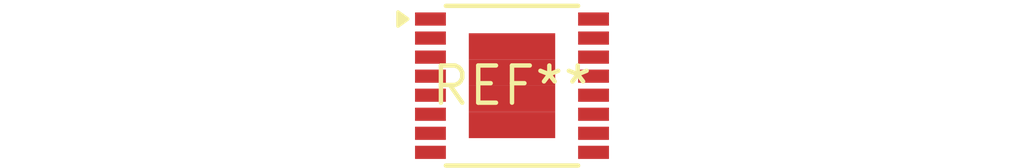
<source format=kicad_pcb>
(kicad_pcb (version 20240108) (generator pcbnew)
  (layers (0 "F.Cu" signal) (31 "B.Cu" signal) (34 "B.Paste" user) (35 "F.Paste" user) (36 "B.SilkS" user "B.Silkscreen") (37 "F.SilkS" user "F.Silkscreen") (38 "B.Mask" user) (39 "F.Mask" user) (44 "Edge.Cuts" user))
  (net 0 "")
  (footprint "TSSOP-16-1EP_4.4x5mm_P0.65mm" (layer "F.Cu") (at 0 0)
    (property "Reference" "REF**")
    (property "Value" "TSSOP-16-1EP_4.4x5mm_P0.65mm")
    (fp_line (start -2.25 -2.725) (end 2.25 -2.725) (layer "F.SilkS") (stroke (width 0.15)))
    (fp_line (start -2.25 2.725) (end 2.25 2.725) (layer "F.SilkS") (stroke (width 0.15)))
    (fp_poly (pts (xy -3.55 -2.275) (xy -3.88 -2.515) (xy -3.88 -2.035) (xy -3.55 -2.275)) (layer "F.SilkS") (stroke (width 0.12)) (fill solid))
    (pad "1" smd rect (at -2.775 -2.275) (size 1.05 0.45) (layers "F.Cu" "F.Paste" "F.Mask"))
    (pad "2" smd rect (at -2.775 -1.625) (size 1.05 0.45) (layers "F.Cu" "F.Paste" "F.Mask"))
    (pad "3" smd rect (at -2.775 -0.975) (size 1.05 0.45) (layers "F.Cu" "F.Paste" "F.Mask"))
    (pad "4" smd rect (at -2.775 -0.325) (size 1.05 0.45) (layers "F.Cu" "F.Paste" "F.Mask"))
    (pad "5" smd rect (at -2.775 0.325) (size 1.05 0.45) (layers "F.Cu" "F.Paste" "F.Mask"))
    (pad "6" smd rect (at -2.775 0.975) (size 1.05 0.45) (layers "F.Cu" "F.Paste" "F.Mask"))
    (pad "7" smd rect (at -2.775 1.625) (size 1.05 0.45) (layers "F.Cu" "F.Paste" "F.Mask"))
    (pad "8" smd rect (at -2.775 2.275) (size 1.05 0.45) (layers "F.Cu" "F.Paste" "F.Mask"))
    (pad "9" smd rect (at 2.775 2.275) (size 1.05 0.45) (layers "F.Cu" "F.Paste" "F.Mask"))
    (pad "10" smd rect (at 2.775 1.625) (size 1.05 0.45) (layers "F.Cu" "F.Paste" "F.Mask"))
    (pad "11" smd rect (at 2.775 0.975) (size 1.05 0.45) (layers "F.Cu" "F.Paste" "F.Mask"))
    (pad "12" smd rect (at 2.775 0.325) (size 1.05 0.45) (layers "F.Cu" "F.Paste" "F.Mask"))
    (pad "13" smd rect (at 2.775 -0.325) (size 1.05 0.45) (layers "F.Cu" "F.Paste" "F.Mask"))
    (pad "14" smd rect (at 2.775 -0.975) (size 1.05 0.45) (layers "F.Cu" "F.Paste" "F.Mask"))
    (pad "15" smd rect (at 2.775 -1.625) (size 1.05 0.45) (layers "F.Cu" "F.Paste" "F.Mask"))
    (pad "16" smd rect (at 2.775 -2.275) (size 1.05 0.45) (layers "F.Cu" "F.Paste" "F.Mask"))
    (pad "17" smd rect (at -0.735 -1.3425) (size 1.47 0.895) (layers "F.Cu" "F.Paste" "F.Mask"))
    (pad "17" smd rect (at -0.735 -0.4475) (size 1.47 0.895) (layers "F.Cu" "F.Paste" "F.Mask"))
    (pad "17" smd rect (at -0.735 0.4475) (size 1.47 0.895) (layers "F.Cu" "F.Paste" "F.Mask"))
    (pad "17" smd rect (at -0.735 1.3425) (size 1.47 0.895) (layers "F.Cu" "F.Paste" "F.Mask"))
    (pad "17" smd rect (at 0.735 -1.3425) (size 1.47 0.895) (layers "F.Cu" "F.Paste" "F.Mask"))
    (pad "17" smd rect (at 0.735 -0.4475) (size 1.47 0.895) (layers "F.Cu" "F.Paste" "F.Mask"))
    (pad "17" smd rect (at 0.735 0.4475) (size 1.47 0.895) (layers "F.Cu" "F.Paste" "F.Mask"))
    (pad "17" smd rect (at 0.735 1.3425) (size 1.47 0.895) (layers "F.Cu" "F.Paste" "F.Mask"))
  )
)
</source>
